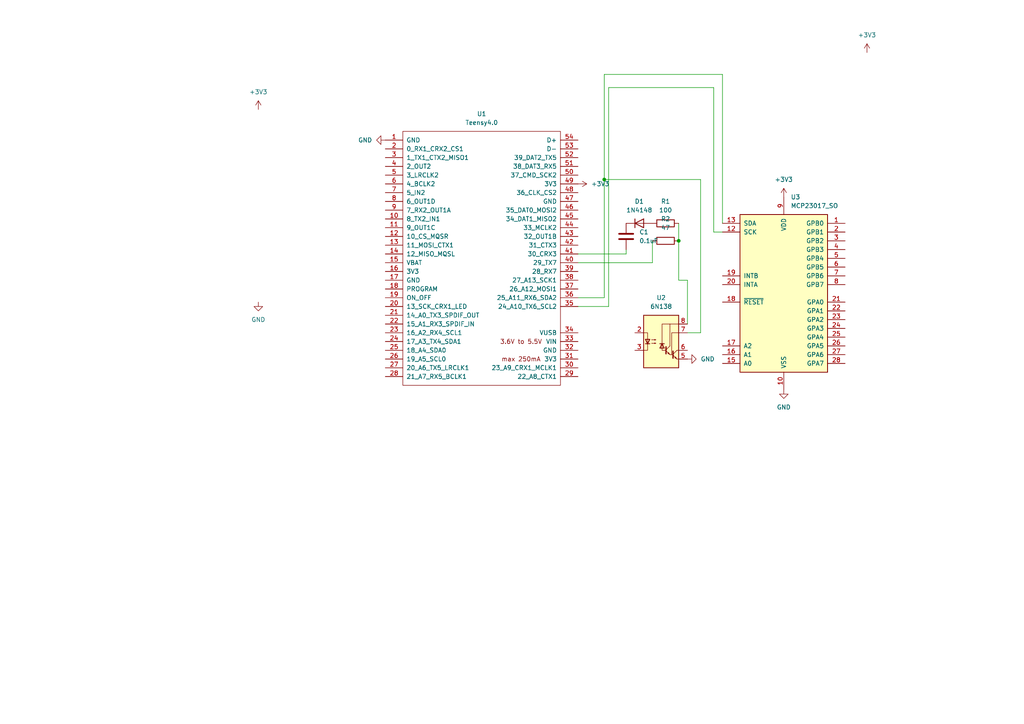
<source format=kicad_sch>
(kicad_sch (version 20211123) (generator eeschema)
  (paper "A4")
  (lib_symbols
    (symbol "Device:C" (pin_numbers hide) (pin_names (offset 0.254))
      (property "Reference" "C" (at 0.635 2.54 0))
      (property "Value" "C" (at 0.635 -2.54 0))
      (symbol "C_0_1"
        (polyline (pts (xy -2.032 -0.762) (xy 2.032 -0.762)) (stroke (width 0.508)))
        (polyline (pts (xy -2.032 0.762) (xy 2.032 0.762)) (stroke (width 0.508)))
      )
      (symbol "C_1_1"
        (pin passive line (at 0 3.81 270) (length 2.794) (name "~") (number "1"))
        (pin passive line (at 0 -3.81 90) (length 2.794) (name "~") (number "2"))
      )
    )
    (symbol "Device:R" (pin_numbers hide) (pin_names (offset 0))
      (property "Reference" "R" (at 2.032 0 90))
      (property "Value" "R" (at 0 0 90))
      (symbol "R_0_1"
        (rectangle (start -1.016 -2.54) (end 1.016 2.54) (stroke (width 0.254)))
      )
      (symbol "R_1_1"
        (pin passive line (at 0 3.81 270) (length 1.27) (name "~") (number "1"))
        (pin passive line (at 0 -3.81 90) (length 1.27) (name "~") (number "2"))
      )
    )
    (symbol "Diode:1N4148" (pin_numbers hide) (pin_names (offset 1.016) hide)
      (property "Reference" "D" (at 0 2.54 0))
      (property "Value" "1N4148" (at 0 -2.54 0))
      (symbol "1N4148_0_1"
        (polyline (pts (xy -1.27 1.27) (xy -1.27 -1.27)) (stroke (width 0.254)))
        (polyline (pts (xy 1.27 0) (xy -1.27 0)))
        (polyline (pts (xy 1.27 1.27) (xy 1.27 -1.27) (xy -1.27 0) (xy 1.27 1.27)) (stroke (width 0.254)))
      )
      (symbol "1N4148_1_1"
        (pin passive line (at -3.81 0 0) (length 2.54) (name "K") (number "1"))
        (pin passive line (at 3.81 0 180) (length 2.54) (name "A") (number "2"))
      )
    )
    (symbol "Interface_Expansion:MCP23017_SO" (pin_names (offset 1.016))
      (property "Reference" "U" (at -11.43 24.13 0))
      (property "Value" "MCP23017_SO" (at 0 0 0))
      (symbol "MCP23017_SO_0_1"
        (rectangle (start -12.7 22.86) (end 12.7 -22.86) (stroke (width 0.254)) (fill (type background)))
      )
      (symbol "MCP23017_SO_1_1"
        (pin bidirectional line (at 17.78 20.32 180) (length 5.08) (name "GPB0") (number "1"))
        (pin power_in line (at 0 -27.94 90) (length 5.08) (name "VSS") (number "10"))
        (pin no_connect line (at -12.7 15.24 0) (length 5.08) hide (name "NC") (number "11"))
        (pin input line (at -17.78 17.78 0) (length 5.08) (name "SCK") (number "12"))
        (pin bidirectional line (at -17.78 20.32 0) (length 5.08) (name "SDA") (number "13"))
        (pin no_connect line (at -12.7 12.7 0) (length 5.08) hide (name "NC") (number "14"))
        (pin input line (at -17.78 -20.32 0) (length 5.08) (name "A0") (number "15"))
        (pin input line (at -17.78 -17.78 0) (length 5.08) (name "A1") (number "16"))
        (pin input line (at -17.78 -15.24 0) (length 5.08) (name "A2") (number "17"))
        (pin input line (at -17.78 -2.54 0) (length 5.08) (name "~{RESET}") (number "18"))
        (pin tri_state line (at -17.78 5.08 0) (length 5.08) (name "INTB") (number "19"))
        (pin bidirectional line (at 17.78 17.78 180) (length 5.08) (name "GPB1") (number "2"))
        (pin tri_state line (at -17.78 2.54 0) (length 5.08) (name "INTA") (number "20"))
        (pin bidirectional line (at 17.78 -2.54 180) (length 5.08) (name "GPA0") (number "21"))
        (pin bidirectional line (at 17.78 -5.08 180) (length 5.08) (name "GPA1") (number "22"))
        (pin bidirectional line (at 17.78 -7.62 180) (length 5.08) (name "GPA2") (number "23"))
        (pin bidirectional line (at 17.78 -10.16 180) (length 5.08) (name "GPA3") (number "24"))
        (pin bidirectional line (at 17.78 -12.7 180) (length 5.08) (name "GPA4") (number "25"))
        (pin bidirectional line (at 17.78 -15.24 180) (length 5.08) (name "GPA5") (number "26"))
        (pin bidirectional line (at 17.78 -17.78 180) (length 5.08) (name "GPA6") (number "27"))
        (pin bidirectional line (at 17.78 -20.32 180) (length 5.08) (name "GPA7") (number "28"))
        (pin bidirectional line (at 17.78 15.24 180) (length 5.08) (name "GPB2") (number "3"))
        (pin bidirectional line (at 17.78 12.7 180) (length 5.08) (name "GPB3") (number "4"))
        (pin bidirectional line (at 17.78 10.16 180) (length 5.08) (name "GPB4") (number "5"))
        (pin bidirectional line (at 17.78 7.62 180) (length 5.08) (name "GPB5") (number "6"))
        (pin bidirectional line (at 17.78 5.08 180) (length 5.08) (name "GPB6") (number "7"))
        (pin bidirectional line (at 17.78 2.54 180) (length 5.08) (name "GPB7") (number "8"))
        (pin power_in line (at 0 27.94 270) (length 5.08) (name "VDD") (number "9"))
      )
    )
    (symbol "Isolator:6N138" (pin_names (offset 1.016) hide)
      (property "Reference" "U" (at -4.064 8.89 0))
      (property "Value" "6N138" (at 2.286 8.89 0))
      (symbol "6N138_0_1"
        (rectangle (start -5.08 7.62) (end 5.08 -7.62) (stroke (width 0.254)) (fill (type background)))
        (polyline (pts (xy -4.572 -0.635) (xy -3.302 -0.635)) (stroke (width 0.254)))
        (polyline (pts (xy 0.889 -0.635) (xy -0.381 -0.635)) (stroke (width 0.254)))
        (polyline (pts (xy 1.397 -2.667) (xy 2.54 -3.81)))
        (polyline (pts (xy 1.397 -2.413) (xy 2.54 -1.27)))
        (polyline (pts (xy 2.54 -3.81) (xy 3.175 -3.81)))
        (polyline (pts (xy 3.429 -3.937) (xy 4.572 -5.08)))
        (polyline (pts (xy 3.429 -3.683) (xy 4.572 -2.54)))
        (polyline (pts (xy 4.572 -5.08) (xy 5.08 -5.08)))
        (polyline (pts (xy 4.572 -2.54) (xy 5.08 -2.54)))
        (polyline (pts (xy 1.397 -1.524) (xy 1.397 -3.556) (xy 1.397 -3.556)) (stroke (width 0.3556)))
        (polyline (pts (xy 2.54 -1.27) (xy 2.54 5.08) (xy 5.08 5.08)))
        (polyline (pts (xy 3.429 -2.794) (xy 3.429 -4.826) (xy 3.429 -4.826)) (stroke (width 0.3556)))
        (polyline (pts (xy 5.08 2.54) (xy 3.048 2.54) (xy 3.048 -3.81)))
        (polyline (pts (xy -5.08 -2.54) (xy -3.937 -2.54) (xy -3.937 2.54) (xy -5.08 2.54)))
        (polyline (pts (xy -3.937 -0.635) (xy -4.572 0.635) (xy -3.302 0.635) (xy -3.937 -0.635)) (stroke (width 0.254)))
        (polyline (pts (xy 0.254 -0.635) (xy 0.889 -1.905) (xy -0.381 -1.905) (xy 0.254 -0.635)) (stroke (width 0.254)))
        (polyline (pts (xy 1.27 -2.54) (xy 0.254 -2.54) (xy 0.254 5.08) (xy 2.54 5.08)))
        (polyline (pts (xy 2.413 -3.683) (xy 2.159 -3.175) (xy 1.905 -3.429) (xy 2.413 -3.683)))
        (polyline (pts (xy 4.445 -4.953) (xy 4.191 -4.445) (xy 3.937 -4.699) (xy 4.445 -4.953)))
        (polyline (pts (xy -2.794 -0.508) (xy -1.524 -0.508) (xy -1.905 -0.635) (xy -1.905 -0.381) (xy -1.524 -0.508)))
        (polyline (pts (xy -2.794 0.508) (xy -1.524 0.508) (xy -1.905 0.381) (xy -1.905 0.635) (xy -1.524 0.508)))
      )
      (symbol "6N138_1_1"
        (pin no_connect line (at -5.08 5.08 0) (length 2.54) hide (name "NC") (number "1"))
        (pin passive line (at -7.62 2.54 0) (length 2.54) (name "C1") (number "2"))
        (pin passive line (at -7.62 -2.54 0) (length 2.54) (name "C2") (number "3"))
        (pin no_connect line (at -5.08 -5.08 0) (length 2.54) hide (name "NC") (number "4"))
        (pin passive line (at 7.62 -5.08 180) (length 2.54) (name "GND") (number "5"))
        (pin passive line (at 7.62 -2.54 180) (length 2.54) (name "VO2") (number "6"))
        (pin passive line (at 7.62 2.54 180) (length 2.54) (name "VO1") (number "7"))
        (pin passive line (at 7.62 5.08 180) (length 2.54) (name "VCC") (number "8"))
      )
    )
    (symbol "power:+3.3V" (power) (pin_names (offset 0))
      (property "Value" "+3.3V" (at 0 3.556 0))
      (symbol "+3.3V_0_1"
        (polyline (pts (xy -0.762 1.27) (xy 0 2.54)))
        (polyline (pts (xy 0 0) (xy 0 2.54)))
        (polyline (pts (xy 0 2.54) (xy 0.762 1.27)))
      )
      (symbol "+3.3V_1_1"
        (pin power_in line (at 0 0 90) (length 0) hide (name "+3V3") (number "1"))
      )
    )
    (symbol "power:GND" (power) (pin_names (offset 0))
      (property "Value" "GND" (at 0 -3.81 0))
      (symbol "GND_0_1"
        (polyline (pts (xy 0 0) (xy 0 -1.27) (xy 1.27 -1.27) (xy 0 -2.54) (xy -1.27 -1.27) (xy 0 -1.27)))
      )
      (symbol "GND_1_1"
        (pin power_in line (at 0 0 270) (length 0) hide (name "GND") (number "1"))
      )
    )
    (symbol "teensy:Teensy4.0" (pin_names (offset 1.016))
      (property "Reference" "U" (at 0 39.37 0))
      (property "Value" "Teensy4.0" (at 0 -39.37 0))
      (symbol "Teensy4.0_0_0"
        (text "3.6V to 5.5V" (at 11.43 -24.13 0) (effects (font (size 1.27 1.27))))
        (text "max 250mA" (at 11.43 -29.21 0) (effects (font (size 1.27 1.27))))
        (pin bidirectional line (at -27.94 11.43 0) (length 5.08) (name "8_TX2_IN1") (number "10"))
        (pin bidirectional line (at -27.94 8.89 0) (length 5.08) (name "9_OUT1C") (number "11"))
        (pin bidirectional line (at -27.94 6.35 0) (length 5.08) (name "10_CS_MQSR") (number "12"))
        (pin bidirectional line (at -27.94 3.81 0) (length 5.08) (name "11_MOSI_CTX1") (number "13"))
        (pin bidirectional line (at -27.94 1.27 0) (length 5.08) (name "12_MISO_MQSL") (number "14"))
        (pin power_in line (at -27.94 -1.27 0) (length 5.08) (name "VBAT") (number "15"))
        (pin power_in line (at -27.94 -3.81 0) (length 5.08) (name "3V3") (number "16"))
        (pin power_in line (at -27.94 -6.35 0) (length 5.08) (name "GND") (number "17"))
        (pin input line (at -27.94 -8.89 0) (length 5.08) (name "PROGRAM") (number "18"))
        (pin input line (at -27.94 -11.43 0) (length 5.08) (name "ON_OFF") (number "19"))
        (pin bidirectional line (at -27.94 -13.97 0) (length 5.08) (name "13_SCK_CRX1_LED") (number "20"))
        (pin bidirectional line (at -27.94 -16.51 0) (length 5.08) (name "14_A0_TX3_SPDIF_OUT") (number "21"))
        (pin bidirectional line (at -27.94 -19.05 0) (length 5.08) (name "15_A1_RX3_SPDIF_IN") (number "22"))
        (pin bidirectional line (at -27.94 -21.59 0) (length 5.08) (name "16_A2_RX4_SCL1") (number "23"))
        (pin bidirectional line (at -27.94 -24.13 0) (length 5.08) (name "17_A3_TX4_SDA1") (number "24"))
        (pin bidirectional line (at -27.94 -26.67 0) (length 5.08) (name "18_A4_SDA0") (number "25"))
        (pin bidirectional line (at -27.94 -29.21 0) (length 5.08) (name "19_A5_SCL0") (number "26"))
        (pin bidirectional line (at -27.94 -31.75 0) (length 5.08) (name "20_A6_TX5_LRCLK1") (number "27"))
        (pin bidirectional line (at -27.94 -34.29 0) (length 5.08) (name "21_A7_RX5_BCLK1") (number "28"))
        (pin bidirectional line (at 27.94 -34.29 180) (length 5.08) (name "22_A8_CTX1") (number "29"))
        (pin bidirectional line (at 27.94 -31.75 180) (length 5.08) (name "23_A9_CRX1_MCLK1") (number "30"))
        (pin power_out line (at 27.94 -29.21 180) (length 5.08) (name "3V3") (number "31"))
        (pin power_in line (at 27.94 -26.67 180) (length 5.08) (name "GND") (number "32"))
        (pin power_in line (at 27.94 -24.13 180) (length 5.08) (name "VIN") (number "33"))
        (pin power_out line (at 27.94 -21.59 180) (length 5.08) (name "VUSB") (number "34"))
        (pin bidirectional line (at 27.94 -13.97 180) (length 5.08) (name "24_A10_TX6_SCL2") (number "35"))
        (pin bidirectional line (at 27.94 -11.43 180) (length 5.08) (name "25_A11_RX6_SDA2") (number "36"))
        (pin bidirectional line (at 27.94 -8.89 180) (length 5.08) (name "26_A12_MOSI1") (number "37"))
        (pin bidirectional line (at 27.94 -6.35 180) (length 5.08) (name "27_A13_SCK1") (number "38"))
        (pin bidirectional line (at 27.94 -3.81 180) (length 5.08) (name "28_RX7") (number "39"))
        (pin bidirectional line (at 27.94 -1.27 180) (length 5.08) (name "29_TX7") (number "40"))
        (pin bidirectional line (at 27.94 1.27 180) (length 5.08) (name "30_CRX3") (number "41"))
        (pin bidirectional line (at 27.94 3.81 180) (length 5.08) (name "31_CTX3") (number "42"))
        (pin bidirectional line (at 27.94 6.35 180) (length 5.08) (name "32_OUT1B") (number "43"))
        (pin bidirectional line (at 27.94 8.89 180) (length 5.08) (name "33_MCLK2") (number "44"))
        (pin bidirectional line (at 27.94 11.43 180) (length 5.08) (name "34_DAT1_MISO2") (number "45"))
        (pin bidirectional line (at 27.94 13.97 180) (length 5.08) (name "35_DAT0_MOSI2") (number "46"))
        (pin power_out line (at 27.94 16.51 180) (length 5.08) (name "GND") (number "47"))
        (pin bidirectional line (at 27.94 19.05 180) (length 5.08) (name "36_CLK_CS2") (number "48"))
        (pin power_out line (at 27.94 21.59 180) (length 5.08) (name "3V3") (number "49"))
        (pin bidirectional line (at -27.94 24.13 0) (length 5.08) (name "3_LRCLK2") (number "5"))
        (pin bidirectional line (at 27.94 24.13 180) (length 5.08) (name "37_CMD_SCK2") (number "50"))
        (pin bidirectional line (at 27.94 26.67 180) (length 5.08) (name "38_DAT3_RX5") (number "51"))
        (pin bidirectional line (at 27.94 29.21 180) (length 5.08) (name "39_DAT2_TX5") (number "52"))
        (pin bidirectional line (at 27.94 31.75 180) (length 5.08) (name "D-") (number "53"))
        (pin bidirectional line (at 27.94 34.29 180) (length 5.08) (name "D+") (number "54"))
        (pin bidirectional line (at -27.94 21.59 0) (length 5.08) (name "4_BCLK2") (number "6"))
        (pin bidirectional line (at -27.94 19.05 0) (length 5.08) (name "5_IN2") (number "7"))
        (pin bidirectional line (at -27.94 16.51 0) (length 5.08) (name "6_OUT1D") (number "8"))
        (pin bidirectional line (at -27.94 13.97 0) (length 5.08) (name "7_RX2_OUT1A") (number "9"))
      )
      (symbol "Teensy4.0_0_1"
        (rectangle (start -22.86 36.83) (end 22.86 -36.83))
        (rectangle (start -20.32 -31.75) (end -20.32 -31.75))
      )
      (symbol "Teensy4.0_1_1"
        (pin power_in line (at -27.94 34.29 0) (length 5.08) (name "GND") (number "1"))
        (pin bidirectional line (at -27.94 31.75 0) (length 5.08) (name "0_RX1_CRX2_CS1") (number "2"))
        (pin bidirectional line (at -27.94 29.21 0) (length 5.08) (name "1_TX1_CTX2_MISO1") (number "3"))
        (pin bidirectional line (at -27.94 26.67 0) (length 5.08) (name "2_OUT2") (number "4"))
      )
    )
  )
  (junction (at 175.26 52.07))
  (junction (at 196.85 69.85))
  (wire (pts (xy 167.64 88.9) (xy 176.53 88.9)))
  (wire (pts (xy 209.55 21.59) (xy 175.26 21.59)))
  (wire (pts (xy 175.26 52.07) (xy 203.2 52.07)))
  (wire (pts (xy 209.55 64.77) (xy 209.55 21.59)))
  (wire (pts (xy 189.23 76.2) (xy 167.64 76.2)))
  (wire (pts (xy 181.61 72.39) (xy 181.61 73.66)))
  (wire (pts (xy 207.01 67.31) (xy 209.55 67.31)))
  (wire (pts (xy 199.39 81.28) (xy 199.39 93.98)))
  (wire (pts (xy 203.2 52.07) (xy 203.2 96.52)))
  (wire (pts (xy 181.61 73.66) (xy 167.64 73.66)))
  (wire (pts (xy 189.23 69.85) (xy 189.23 76.2)))
  (wire (pts (xy 175.26 21.59) (xy 175.26 52.07)))
  (wire (pts (xy 203.2 96.52) (xy 199.39 96.52)))
  (wire (pts (xy 176.53 25.4) (xy 176.53 88.9)))
  (wire (pts (xy 196.85 81.28) (xy 199.39 81.28)))
  (wire (pts (xy 207.01 25.4) (xy 207.01 67.31)))
  (wire (pts (xy 176.53 25.4) (xy 207.01 25.4)))
  (wire (pts (xy 196.85 64.77) (xy 196.85 69.85)))
  (wire (pts (xy 175.26 86.36) (xy 167.64 86.36)))
  (wire (pts (xy 175.26 52.07) (xy 175.26 86.36)))
  (wire (pts (xy 196.85 69.85) (xy 196.85 81.28)))
  (symbol (lib_id "Interface_Expansion:MCP23017_SO") (at 227.33 85.09 0) (unit 1)
    (property "Reference" "U3" (at 229.3494 57.15 0) (effects (justify left)))
    (property "Value" "MCP23017_SO" (at 229.3494 59.69 0) (effects (justify left)))
    (property "Footprint" "Package_SO:SOIC-28W_7.5x17.9mm_P1.27mm" (effects hide))
    (property "Datasheet" "http://ww1.microchip.com/downloads/en/DeviceDoc/20001952C.pdf" (effects hide))
  )
  (symbol (lib_id "power:GND") (at 111.76 40.64 270) (unit 1)
    (property "Reference" "#PWR0102" (effects hide))
    (property "Value" "GND" (at 107.95 40.6399 90) (effects (justify right)))
  )
  (symbol (lib_id "teensy:Teensy4.0") (at 139.7 74.93 0) (unit 1)
    (property "Reference" "U1" (at 139.7 33.02 0))
    (property "Value" "Teensy4.0" (at 139.7 35.56 0))
    (property "Footprint" "teensy:Teensy40" (effects hide))
  )
  (symbol (lib_id "Device:C") (at 181.61 68.58 0) (unit 1)
    (property "Reference" "C1" (at 185.42 67.3099 0) (effects (justify left)))
    (property "Value" "0.1uF" (at 185.42 69.8499 0) (effects (justify left)))
    (property "Footprint" "Capacitor_SMD:C_0201_0603Metric_Pad0.64x0.40mm_HandSolder" (effects hide))
  )
  (symbol (lib_id "Diode:1N4148") (at 185.42 64.77 0) (unit 1)
    (property "Reference" "D1" (at 185.42 58.42 0))
    (property "Value" "1N4148" (at 185.42 60.96 0))
    (property "Footprint" "Diode_SMD:D_SOD-123" (effects hide))
    (property "Datasheet" "https://assets.nexperia.com/documents/data-sheet/1N4148_1N4448.pdf" (effects hide))
  )
  (symbol (lib_id "power:+3.3V") (at 74.93 31.75 0) (unit 1)
    (property "Reference" "#PWR0101" (effects hide))
    (property "Value" "+3.3V" (at 74.93 26.67 0))
  )
  (symbol (lib_id "Device:R") (at 193.04 69.85 90) (unit 1)
    (property "Reference" "R2" (at 193.04 63.5 90))
    (property "Value" "47" (at 193.04 66.04 90))
    (property "Footprint" "Resistor_SMD:R_0201_0603Metric_Pad0.64x0.40mm_HandSolder" (effects hide))
  )
  (symbol (lib_id "power:+3.3V") (at 167.64 53.34 270) (unit 1)
    (property "Reference" "#PWR0107" (effects hide))
    (property "Value" "+3.3V" (at 171.45 53.3399 90) (effects (justify left)))
  )
  (symbol (lib_id "power:+3.3V") (at 251.46 15.24 0) (unit 1)
    (property "Reference" "#PWR0109" (effects hide))
    (property "Value" "+3.3V" (at 251.46 10.16 0))
  )
  (symbol (lib_id "power:GND") (at 227.33 113.03 0) (unit 1)
    (property "Reference" "#PWR0104" (effects hide))
    (property "Value" "GND" (at 227.33 118.11 0))
  )
  (symbol (lib_id "power:+3.3V") (at 227.33 57.15 0) (unit 1)
    (property "Reference" "#PWR0106" (effects hide))
    (property "Value" "+3.3V" (at 227.33 52.07 0))
  )
  (symbol (lib_id "power:GND") (at 199.39 104.14 90) (unit 1)
    (property "Reference" "#PWR0105" (effects hide))
    (property "Value" "GND" (at 203.2 104.1399 90) (effects (justify right)))
  )
  (symbol (lib_id "Isolator:6N138") (at 191.77 99.06 0) (unit 1)
    (property "Reference" "U2" (at 191.77 86.36 0))
    (property "Value" "6N138" (at 191.77 88.9 0))
    (property "Footprint" "Package_DIP:SMDIP-8_W7.62mm" (effects hide))
    (property "Datasheet" "http://www.onsemi.com/pub/Collateral/HCPL2731-D.pdf" (effects hide))
  )
  (symbol (lib_id "power:GND") (at 74.93 87.63 0) (unit 1)
    (property "Reference" "#PWR0103" (effects hide))
    (property "Value" "GND" (at 74.93 92.71 0))
  )
  (symbol (lib_id "Device:R") (at 193.04 64.77 90) (unit 1)
    (property "Reference" "R1" (at 193.04 58.42 90))
    (property "Value" "100" (at 193.04 60.96 90))
    (property "Footprint" "Resistor_SMD:R_0201_0603Metric_Pad0.64x0.40mm_HandSolder" (effects hide))
  )
)
</source>
